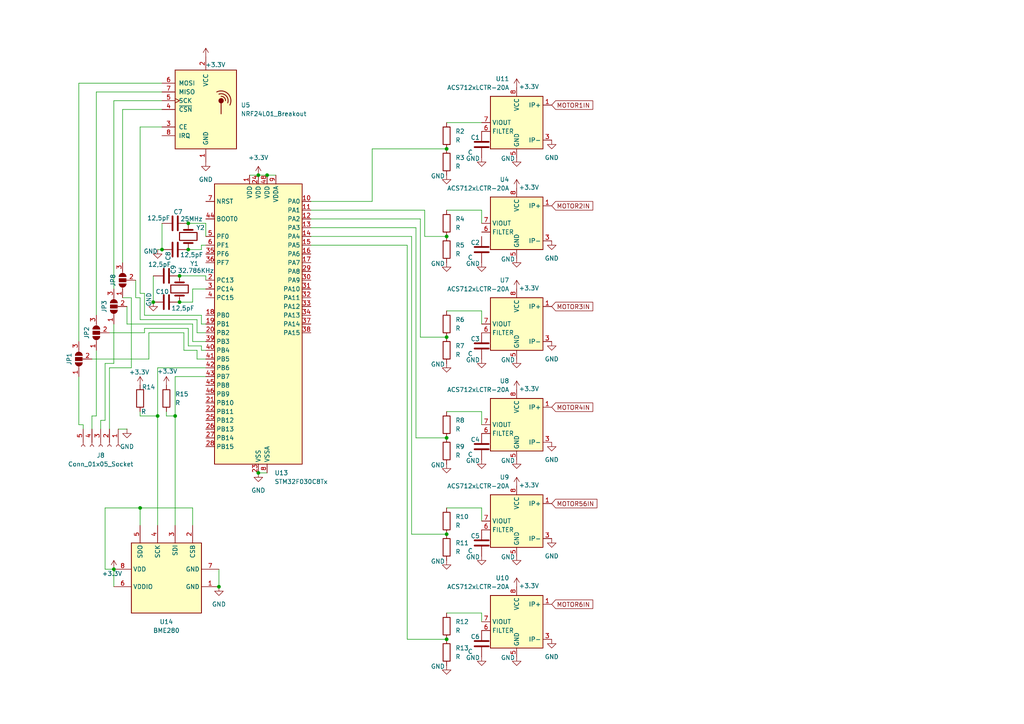
<source format=kicad_sch>
(kicad_sch (version 20250114) (generator "eeschema") (generator_version "9.0")
  (paper "A4")
  (lib_symbols
    (symbol "Connector:Conn_01x05_Socket" (pin_names (offset 1.016) (hide yes))
      (property "Reference" "J" (at 0 7.62 0))
      (property "Value" "Conn_01x05_Socket" (at 0 -7.62 0))
      (symbol "Conn_01x05_Socket_1_1"
        (polyline (pts (xy -1.27 5.08) (xy -0.508 5.08)) (stroke (width 0.1524)))
        (polyline (pts (xy -1.27 2.54) (xy -0.508 2.54)) (stroke (width 0.1524)))
        (polyline (pts (xy -1.27 0) (xy -0.508 0)) (stroke (width 0.1524)))
        (polyline (pts (xy -1.27 -2.54) (xy -0.508 -2.54)) (stroke (width 0.1524)))
        (polyline (pts (xy -1.27 -5.08) (xy -0.508 -5.08)) (stroke (width 0.1524)))
        (arc (start 0 4.572) (mid -0.5058 5.08) (end 0 5.588) (stroke (width 0.1524)))
        (arc (start 0 2.032) (mid -0.5058 2.54) (end 0 3.048) (stroke (width 0.1524)))
        (arc (start 0 -0.508) (mid -0.5058 0) (end 0 0.508) (stroke (width 0.1524)))
        (arc (start 0 -3.048) (mid -0.5058 -2.54) (end 0 -2.032) (stroke (width 0.1524)))
        (arc (start 0 -5.588) (mid -0.5058 -5.08) (end 0 -4.572) (stroke (width 0.1524)))
        (pin passive line (at -5.08 5.08 0) (length 3.81) (name "Pin_1") (number "1"))
        (pin passive line (at -5.08 2.54 0) (length 3.81) (name "Pin_2") (number "2"))
        (pin passive line (at -5.08 0 0) (length 3.81) (name "Pin_3") (number "3"))
        (pin passive line (at -5.08 -2.54 0) (length 3.81) (name "Pin_4") (number "4"))
        (pin passive line (at -5.08 -5.08 0) (length 3.81) (name "Pin_5") (number "5"))
      )
    )
    (symbol "Device:C" (pin_numbers (hide yes)) (pin_names (offset 0.254))
      (property "Reference" "C" (at 0.635 2.54 0))
      (property "Value" "C" (at 0.635 -2.54 0))
      (symbol "C_0_1"
        (polyline (pts (xy -2.032 0.762) (xy 2.032 0.762)) (stroke (width 0.508)))
        (polyline (pts (xy -2.032 -0.762) (xy 2.032 -0.762)) (stroke (width 0.508)))
      )
      (symbol "C_1_1"
        (pin passive line (at 0 3.81 270) (length 2.794) (name "~") (number "1"))
        (pin passive line (at 0 -3.81 90) (length 2.794) (name "~") (number "2"))
      )
    )
    (symbol "Device:Crystal" (pin_numbers (hide yes)) (pin_names (offset 1.016) (hide yes))
      (property "Reference" "Y" (at 0 3.81 0))
      (property "Value" "Crystal" (at 0 -3.81 0))
      (symbol "Crystal_0_1"
        (polyline (pts (xy -2.54 0) (xy -1.905 0)))
        (polyline (pts (xy -1.905 -1.27) (xy -1.905 1.27)) (stroke (width 0.508)))
        (rectangle (start -1.143 2.54) (end 1.143 -2.54) (stroke (width 0.3048)))
        (polyline (pts (xy 1.905 -1.27) (xy 1.905 1.27)) (stroke (width 0.508)))
        (polyline (pts (xy 2.54 0) (xy 1.905 0)))
      )
      (symbol "Crystal_1_1"
        (pin passive line (at -3.81 0 0) (length 1.27) (name "1") (number "1"))
        (pin passive line (at 3.81 0 180) (length 1.27) (name "2") (number "2"))
      )
    )
    (symbol "Device:R" (pin_numbers (hide yes)) (pin_names (offset 0))
      (property "Reference" "R" (at 2.032 0 90))
      (property "Value" "R" (at 0 0 90))
      (symbol "R_0_1"
        (rectangle (start -1.016 -2.54) (end 1.016 2.54) (stroke (width 0.254)))
      )
      (symbol "R_1_1"
        (pin passive line (at 0 3.81 270) (length 1.27) (name "~") (number "1"))
        (pin passive line (at 0 -3.81 90) (length 1.27) (name "~") (number "2"))
      )
    )
    (symbol "Jumper:SolderJumper_3_Open" (pin_names (offset 0) (hide yes)) (in_bom no)
      (property "Reference" "JP" (at -2.54 -2.54 0))
      (property "Value" "SolderJumper_3_Open" (at 0 2.794 0))
      (symbol "SolderJumper_3_Open_0_1"
        (polyline (pts (xy -2.54 0) (xy -2.032 0)))
        (polyline (pts (xy -1.016 1.016) (xy -1.016 -1.016)))
        (arc (start -1.016 -1.016) (mid -2.0276 0) (end -1.016 1.016))
        (arc (start -1.016 -1.016) (mid -2.0276 0) (end -1.016 1.016) (fill (type outline)))
        (rectangle (start -0.508 1.016) (end 0.508 -1.016) (fill (type outline)))
        (polyline (pts (xy 0 -1.27) (xy 0 -1.016)))
        (arc (start 1.016 1.016) (mid 2.0276 0) (end 1.016 -1.016))
        (arc (start 1.016 1.016) (mid 2.0276 0) (end 1.016 -1.016) (fill (type outline)))
        (polyline (pts (xy 1.016 1.016) (xy 1.016 -1.016)))
        (polyline (pts (xy 2.54 0) (xy 2.032 0)))
      )
      (symbol "SolderJumper_3_Open_1_1"
        (pin passive line (at -5.08 0 0) (length 2.54) (name "A") (number "1"))
        (pin passive line (at 0 -3.81 90) (length 2.54) (name "C") (number "2"))
        (pin passive line (at 5.08 0 180) (length 2.54) (name "B") (number "3"))
      )
    )
    (symbol "MCU_ST_STM32F0:STM32F030C8Tx"
      (property "Reference" "U" (at -12.7 41.91 0))
      (property "Value" "STM32F030C8Tx" (at 7.62 41.91 0))
      (symbol "STM32F030C8Tx_0_1"
        (rectangle (start -12.7 -40.64) (end 12.7 40.64) (stroke (width 0.254)) (fill (type background)))
      )
      (symbol "STM32F030C8Tx_1_1"
        (pin input line (at -15.24 35.56 0) (length 2.54) (name "NRST") (number "7"))
        (pin input line (at -15.24 30.48 0) (length 2.54) (name "BOOT0") (number "44"))
        (pin bidirectional line (at -15.24 25.4 0) (length 2.54) (name "PF0") (number "5"))
        (pin bidirectional line (at -15.24 22.86 0) (length 2.54) (name "PF1") (number "6"))
        (pin bidirectional line (at -15.24 20.32 0) (length 2.54) (name "PF6") (number "35"))
        (pin bidirectional line (at -15.24 17.78 0) (length 2.54) (name "PF7") (number "36"))
        (pin bidirectional line (at -15.24 12.7 0) (length 2.54) (name "PC13") (number "2"))
        (pin bidirectional line (at -15.24 10.16 0) (length 2.54) (name "PC14") (number "3"))
        (pin bidirectional line (at -15.24 7.62 0) (length 2.54) (name "PC15") (number "4"))
        (pin bidirectional line (at -15.24 2.54 0) (length 2.54) (name "PB0") (number "18"))
        (pin bidirectional line (at -15.24 0 0) (length 2.54) (name "PB1") (number "19"))
        (pin bidirectional line (at -15.24 -2.54 0) (length 2.54) (name "PB2") (number "20"))
        (pin bidirectional line (at -15.24 -5.08 0) (length 2.54) (name "PB3") (number "39"))
        (pin bidirectional line (at -15.24 -7.62 0) (length 2.54) (name "PB4") (number "40"))
        (pin bidirectional line (at -15.24 -10.16 0) (length 2.54) (name "PB5") (number "41"))
        (pin bidirectional line (at -15.24 -12.7 0) (length 2.54) (name "PB6") (number "42"))
        (pin bidirectional line (at -15.24 -15.24 0) (length 2.54) (name "PB7") (number "43"))
        (pin bidirectional line (at -15.24 -17.78 0) (length 2.54) (name "PB8") (number "45"))
        (pin bidirectional line (at -15.24 -20.32 0) (length 2.54) (name "PB9") (number "46"))
        (pin bidirectional line (at -15.24 -22.86 0) (length 2.54) (name "PB10") (number "21"))
        (pin bidirectional line (at -15.24 -25.4 0) (length 2.54) (name "PB11") (number "22"))
        (pin bidirectional line (at -15.24 -27.94 0) (length 2.54) (name "PB12") (number "25"))
        (pin bidirectional line (at -15.24 -30.48 0) (length 2.54) (name "PB13") (number "26"))
        (pin bidirectional line (at -15.24 -33.02 0) (length 2.54) (name "PB14") (number "27"))
        (pin bidirectional line (at -15.24 -35.56 0) (length 2.54) (name "PB15") (number "28"))
        (pin power_in line (at -2.54 43.18 270) (length 2.54) (name "VDD") (number "1"))
        (pin power_in line (at 0 43.18 270) (length 2.54) (name "VDD") (number "24"))
        (pin power_in line (at 0 -43.18 90) (length 2.54) (name "VSS") (number "23"))
        (pin passive line (at 0 -43.18 90) (length 2.54) (hide yes) (name "VSS") (number "47"))
        (pin power_in line (at 2.54 43.18 270) (length 2.54) (name "VDD") (number "48"))
        (pin power_in line (at 2.54 -43.18 90) (length 2.54) (name "VSSA") (number "8"))
        (pin power_in line (at 5.08 43.18 270) (length 2.54) (name "VDDA") (number "9"))
        (pin bidirectional line (at 15.24 35.56 180) (length 2.54) (name "PA0") (number "10"))
        (pin bidirectional line (at 15.24 33.02 180) (length 2.54) (name "PA1") (number "11"))
        (pin bidirectional line (at 15.24 30.48 180) (length 2.54) (name "PA2") (number "12"))
        (pin bidirectional line (at 15.24 27.94 180) (length 2.54) (name "PA3") (number "13"))
        (pin bidirectional line (at 15.24 25.4 180) (length 2.54) (name "PA4") (number "14"))
        (pin bidirectional line (at 15.24 22.86 180) (length 2.54) (name "PA5") (number "15"))
        (pin bidirectional line (at 15.24 20.32 180) (length 2.54) (name "PA6") (number "16"))
        (pin bidirectional line (at 15.24 17.78 180) (length 2.54) (name "PA7") (number "17"))
        (pin bidirectional line (at 15.24 15.24 180) (length 2.54) (name "PA8") (number "29"))
        (pin bidirectional line (at 15.24 12.7 180) (length 2.54) (name "PA9") (number "30"))
        (pin bidirectional line (at 15.24 10.16 180) (length 2.54) (name "PA10") (number "31"))
        (pin bidirectional line (at 15.24 7.62 180) (length 2.54) (name "PA11") (number "32"))
        (pin bidirectional line (at 15.24 5.08 180) (length 2.54) (name "PA12") (number "33"))
        (pin bidirectional line (at 15.24 2.54 180) (length 2.54) (name "PA13") (number "34"))
        (pin bidirectional line (at 15.24 0 180) (length 2.54) (name "PA14") (number "37"))
        (pin bidirectional line (at 15.24 -2.54 180) (length 2.54) (name "PA15") (number "38"))
      )
    )
    (symbol "RF:NRF24L01_Breakout" (pin_names (offset 1.016))
      (property "Reference" "U" (at -8.89 12.7 0))
      (property "Value" "NRF24L01_Breakout" (at 3.81 12.7 0))
      (symbol "NRF24L01_Breakout_0_1"
        (rectangle (start -8.89 11.43) (end 8.89 -11.43) (stroke (width 0.254)) (fill (type background)))
        (arc (start 3.175 5.08) (mid 6.453 4.548) (end 6.985 1.27) (stroke (width 0.254)))
        (circle (center 4.445 2.54) (radius 0.635) (stroke (width 0.254)) (fill (type outline)))
        (polyline (pts (xy 4.445 1.905) (xy 4.445 -1.27)) (stroke (width 0.254)))
        (arc (start 3.81 4.445) (mid 5.8835 3.9785) (end 6.35 1.905) (stroke (width 0.254)))
        (arc (start 4.445 3.81) (mid 5.3558 3.4508) (end 5.715 2.54) (stroke (width 0.254)))
      )
      (symbol "NRF24L01_Breakout_1_1"
        (pin input line (at -12.7 7.62 0) (length 3.81) (name "MOSI") (number "6"))
        (pin output line (at -12.7 5.08 0) (length 3.81) (name "MISO") (number "7"))
        (pin input clock (at -12.7 2.54 0) (length 3.81) (name "SCK") (number "5"))
        (pin input line (at -12.7 0 0) (length 3.81) (name "~{CSN}") (number "4"))
        (pin input line (at -12.7 -5.08 0) (length 3.81) (name "CE") (number "3"))
        (pin output line (at -12.7 -7.62 0) (length 3.81) (name "IRQ") (number "8"))
        (pin power_in line (at 0 15.24 270) (length 3.81) (name "VCC") (number "2"))
        (pin power_in line (at 0 -15.24 90) (length 3.81) (name "GND") (number "1"))
      )
    )
    (symbol "Sensor:BME280"
      (property "Reference" "U" (at -8.89 11.43 0))
      (property "Value" "BME280" (at 7.62 11.43 0))
      (symbol "BME280_0_1"
        (rectangle (start -10.16 10.16) (end 10.16 -10.16) (stroke (width 0.254)) (fill (type background)))
      )
      (symbol "BME280_1_1"
        (pin power_in line (at -2.54 15.24 270) (length 5.08) (name "VDDIO") (number "6"))
        (pin power_in line (at -2.54 -15.24 90) (length 5.08) (name "GND") (number "1"))
        (pin power_in line (at 2.54 15.24 270) (length 5.08) (name "VDD") (number "8"))
        (pin power_in line (at 2.54 -15.24 90) (length 5.08) (name "GND") (number "7"))
        (pin bidirectional line (at 15.24 7.62 180) (length 5.08) (name "SDO") (number "5"))
        (pin input line (at 15.24 2.54 180) (length 5.08) (name "SCK") (number "4"))
        (pin bidirectional line (at 15.24 -2.54 180) (length 5.08) (name "SDI") (number "3"))
        (pin input line (at 15.24 -7.62 180) (length 5.08) (name "CSB") (number "2"))
      )
    )
    (symbol "Sensor_Current:ACS712xLCTR-20A"
      (property "Reference" "U" (at 2.54 11.43 0))
      (property "Value" "ACS712xLCTR-20A" (at 2.54 8.89 0))
      (symbol "ACS712xLCTR-20A_0_1"
        (rectangle (start -7.62 7.62) (end 7.62 -7.62) (stroke (width 0.254)) (fill (type background)))
      )
      (symbol "ACS712xLCTR-20A_1_1"
        (pin passive line (at -10.16 5.08 0) (length 2.54) (name "IP+") (number "1"))
        (pin passive line (at -10.16 5.08 0) (length 2.54) (hide yes) (name "IP+") (number "2"))
        (pin passive line (at -10.16 -5.08 0) (length 2.54) (name "IP-") (number "3"))
        (pin passive line (at -10.16 -5.08 0) (length 2.54) (hide yes) (name "IP-") (number "4"))
        (pin power_in line (at 0 10.16 270) (length 2.54) (name "VCC") (number "8"))
        (pin power_in line (at 0 -10.16 90) (length 2.54) (name "GND") (number "5"))
        (pin output line (at 10.16 0 180) (length 2.54) (name "VIOUT") (number "7"))
        (pin passive line (at 10.16 -2.54 180) (length 2.54) (name "FILTER") (number "6"))
      )
    )
    (symbol "power:+3.3V" (power) (pin_numbers (hide yes)) (pin_names (offset 0) (hide yes))
      (property "Value" "+3.3V" (at 0 3.556 0))
      (symbol "+3.3V_0_1"
        (polyline (pts (xy -0.762 1.27) (xy 0 2.54)))
        (polyline (pts (xy 0 2.54) (xy 0.762 1.27)))
        (polyline (pts (xy 0 0) (xy 0 2.54)))
      )
      (symbol "+3.3V_1_1"
        (pin power_in line (at 0 0 90) (length 0) (name "~") (number "1"))
      )
    )
    (symbol "power:GND" (power) (pin_numbers (hide yes)) (pin_names (offset 0) (hide yes))
      (property "Value" "GND" (at 0 -3.81 0))
      (symbol "GND_0_1"
        (polyline (pts (xy 0 0) (xy 0 -1.27) (xy 1.27 -1.27) (xy 0 -2.54) (xy -1.27 -1.27) (xy 0 -1.27)))
      )
      (symbol "GND_1_1"
        (pin power_in line (at 0 0 270) (length 0) (name "~") (number "1"))
      )
    )
  )
  (junction (at 40.64 147.32))
  (junction (at 44.45 87.63))
  (junction (at 52.07 87.63))
  (junction (at 129.54 154.94))
  (junction (at 50.8 120.65))
  (junction (at 129.54 43.18))
  (junction (at 129.54 97.79))
  (junction (at 74.93 50.8))
  (junction (at 129.54 68.58))
  (junction (at 63.5 170.18))
  (junction (at 77.47 50.8))
  (junction (at 74.93 137.16))
  (junction (at 45.72 120.65))
  (junction (at 33.02 165.1))
  (junction (at 46.99 72.39))
  (junction (at 52.07 80.01))
  (junction (at 129.54 185.42))
  (junction (at 129.54 127))
  (junction (at 54.61 72.39))
  (junction (at 54.61 64.77))
  (wire (pts (xy 120.65 127) (xy 120.65 66.04)))
  (wire (pts (xy 74.93 50.8) (xy 77.47 50.8)))
  (wire (pts (xy 129.54 90.17) (xy 139.7 90.17)))
  (wire (pts (xy 119.38 154.94) (xy 119.38 68.58)))
  (wire (pts (xy 123.19 68.58) (xy 123.19 60.96)))
  (wire (pts (xy 57.15 101.6) (xy 53.34 101.6)))
  (wire (pts (xy 129.54 43.18) (xy 107.95 43.18)))
  (wire (pts (xy 33.02 83.82) (xy 33.02 29.21)))
  (wire (pts (xy 58.42 93.98) (xy 58.42 91.44)))
  (wire (pts (xy 40.64 92.71) (xy 40.64 86.36)))
  (wire (pts (xy 33.02 165.1) (xy 33.02 170.18)))
  (wire (pts (xy 27.94 91.44) (xy 27.94 26.67)))
  (wire (pts (xy 55.88 87.63) (xy 55.88 83.82)))
  (wire (pts (xy 72.39 50.8) (xy 74.93 50.8)))
  (wire (pts (xy 129.54 97.79) (xy 121.92 97.79)))
  (wire (pts (xy 58.42 71.12) (xy 58.42 72.39)))
  (wire (pts (xy 41.91 91.44) (xy 41.91 85.09)))
  (wire (pts (xy 118.11 185.42) (xy 118.11 71.12)))
  (wire (pts (xy 54.61 64.77) (xy 59.69 64.77)))
  (wire (pts (xy 54.61 72.39) (xy 58.42 72.39)))
  (wire (pts (xy 53.34 101.6) (xy 53.34 96.52)))
  (wire (pts (xy 45.72 72.39) (xy 46.99 72.39)))
  (wire (pts (xy 22.86 123.19) (xy 24.13 123.19)))
  (wire (pts (xy 33.02 165.1) (xy 30.48 165.1)))
  (wire (pts (xy 34.29 124.46) (xy 36.83 124.46)))
  (wire (pts (xy 54.61 100.33) (xy 58.42 100.33)))
  (wire (pts (xy 55.88 83.82) (xy 59.69 83.82)))
  (wire (pts (xy 33.02 105.41) (xy 30.48 105.41)))
  (wire (pts (xy 43.18 104.14) (xy 26.67 104.14)))
  (wire (pts (xy 31.75 106.68) (xy 31.75 124.46)))
  (wire (pts (xy 57.15 92.71) (xy 40.64 92.71)))
  (wire (pts (xy 35.56 31.75) (xy 46.99 31.75)))
  (wire (pts (xy 129.54 147.32) (xy 139.7 147.32)))
  (wire (pts (xy 22.86 99.06) (xy 22.86 24.13)))
  (wire (pts (xy 40.64 120.65) (xy 45.72 120.65)))
  (wire (pts (xy 40.64 36.83) (xy 46.99 36.83)))
  (wire (pts (xy 139.7 119.38) (xy 139.7 123.19)))
  (wire (pts (xy 120.65 66.04) (xy 90.17 66.04)))
  (wire (pts (xy 129.54 185.42) (xy 118.11 185.42)))
  (wire (pts (xy 40.64 147.32) (xy 55.88 147.32)))
  (wire (pts (xy 38.1 86.36) (xy 38.1 106.68)))
  (wire (pts (xy 48.26 120.65) (xy 50.8 120.65)))
  (wire (pts (xy 31.75 96.52) (xy 41.91 96.52)))
  (wire (pts (xy 58.42 91.44) (xy 41.91 91.44)))
  (wire (pts (xy 22.86 24.13) (xy 46.99 24.13)))
  (wire (pts (xy 50.8 109.22) (xy 50.8 120.65)))
  (wire (pts (xy 129.54 60.96) (xy 139.7 60.96)))
  (wire (pts (xy 57.15 104.14) (xy 57.15 101.6)))
  (wire (pts (xy 30.48 147.32) (xy 40.64 147.32)))
  (wire (pts (xy 129.54 177.8) (xy 139.7 177.8)))
  (wire (pts (xy 55.88 93.98) (xy 36.83 93.98)))
  (wire (pts (xy 129.54 119.38) (xy 139.7 119.38)))
  (wire (pts (xy 35.56 86.36) (xy 38.1 86.36)))
  (wire (pts (xy 59.69 96.52) (xy 57.15 96.52)))
  (wire (pts (xy 129.54 68.58) (xy 123.19 68.58)))
  (wire (pts (xy 26.67 120.65) (xy 26.67 124.46)))
  (wire (pts (xy 39.37 86.36) (xy 39.37 81.28)))
  (wire (pts (xy 59.69 99.06) (xy 55.88 99.06)))
  (wire (pts (xy 74.93 137.16) (xy 77.47 137.16)))
  (wire (pts (xy 45.72 106.68) (xy 59.69 106.68)))
  (wire (pts (xy 40.64 86.36) (xy 39.37 86.36)))
  (wire (pts (xy 30.48 121.92) (xy 29.21 121.92)))
  (wire (pts (xy 59.69 71.12) (xy 58.42 71.12)))
  (wire (pts (xy 59.69 80.01) (xy 52.07 80.01)))
  (wire (pts (xy 46.99 64.77) (xy 46.99 72.39)))
  (wire (pts (xy 29.21 121.92) (xy 29.21 124.46)))
  (wire (pts (xy 139.7 60.96) (xy 139.7 64.77)))
  (wire (pts (xy 107.95 58.42) (xy 90.17 58.42)))
  (wire (pts (xy 59.69 104.14) (xy 57.15 104.14)))
  (wire (pts (xy 58.42 100.33) (xy 58.42 101.6)))
  (wire (pts (xy 38.1 106.68) (xy 31.75 106.68)))
  (wire (pts (xy 45.72 106.68) (xy 45.72 120.65)))
  (wire (pts (xy 27.94 26.67) (xy 46.99 26.67)))
  (wire (pts (xy 30.48 105.41) (xy 30.48 121.92)))
  (wire (pts (xy 59.69 64.77) (xy 59.69 68.58)))
  (wire (pts (xy 52.07 87.63) (xy 55.88 87.63)))
  (wire (pts (xy 30.48 165.1) (xy 30.48 147.32)))
  (wire (pts (xy 35.56 76.2) (xy 35.56 31.75)))
  (wire (pts (xy 45.72 120.65) (xy 45.72 152.4)))
  (wire (pts (xy 48.26 119.38) (xy 48.26 120.65)))
  (wire (pts (xy 41.91 85.09) (xy 40.64 85.09)))
  (wire (pts (xy 33.02 29.21) (xy 46.99 29.21)))
  (wire (pts (xy 58.42 101.6) (xy 59.69 101.6)))
  (wire (pts (xy 27.94 101.6) (xy 27.94 120.65)))
  (wire (pts (xy 123.19 60.96) (xy 90.17 60.96)))
  (wire (pts (xy 44.45 80.01) (xy 44.45 87.63)))
  (wire (pts (xy 55.88 147.32) (xy 55.88 152.4)))
  (wire (pts (xy 129.54 154.94) (xy 119.38 154.94)))
  (wire (pts (xy 118.11 71.12) (xy 90.17 71.12)))
  (wire (pts (xy 33.02 93.98) (xy 33.02 105.41)))
  (wire (pts (xy 40.64 119.38) (xy 40.64 120.65)))
  (wire (pts (xy 121.92 97.79) (xy 121.92 63.5)))
  (wire (pts (xy 54.61 95.25) (xy 54.61 100.33)))
  (wire (pts (xy 119.38 68.58) (xy 90.17 68.58)))
  (wire (pts (xy 41.91 95.25) (xy 54.61 95.25)))
  (wire (pts (xy 40.64 85.09) (xy 40.64 36.83)))
  (wire (pts (xy 139.7 90.17) (xy 139.7 93.98)))
  (wire (pts (xy 107.95 43.18) (xy 107.95 58.42)))
  (wire (pts (xy 22.86 109.22) (xy 22.86 123.19)))
  (wire (pts (xy 139.7 177.8) (xy 139.7 180.34)))
  (wire (pts (xy 50.8 120.65) (xy 50.8 152.4)))
  (wire (pts (xy 40.64 147.32) (xy 40.64 152.4)))
  (wire (pts (xy 121.92 63.5) (xy 90.17 63.5)))
  (wire (pts (xy 59.69 81.28) (xy 59.69 80.01)))
  (wire (pts (xy 55.88 99.06) (xy 55.88 93.98)))
  (wire (pts (xy 41.91 96.52) (xy 41.91 95.25)))
  (wire (pts (xy 139.7 147.32) (xy 139.7 151.13)))
  (wire (pts (xy 43.18 96.52) (xy 43.18 104.14)))
  (wire (pts (xy 27.94 120.65) (xy 26.67 120.65)))
  (wire (pts (xy 53.34 96.52) (xy 43.18 96.52)))
  (wire (pts (xy 57.15 96.52) (xy 57.15 92.71)))
  (wire (pts (xy 50.8 109.22) (xy 59.69 109.22)))
  (wire (pts (xy 59.69 93.98) (xy 58.42 93.98)))
  (wire (pts (xy 63.5 165.1) (xy 63.5 170.18)))
  (wire (pts (xy 36.83 93.98) (xy 36.83 88.9)))
  (wire (pts (xy 77.47 50.8) (xy 80.01 50.8)))
  (wire (pts (xy 139.7 35.56) (xy 129.54 35.56)))
  (wire (pts (xy 24.13 123.19) (xy 24.13 124.46)))
  (wire (pts (xy 129.54 127) (xy 120.65 127)))
  (global_label "MOTOR3IN" (shape input) (at 160.02 88.9 0) (property "Intersheetrefs" "${INTERSHEET_REFS}" (effects (hide yes))))
  (global_label "MOTOR4IN" (shape input) (at 160.02 118.11 0) (property "Intersheetrefs" "${INTERSHEET_REFS}" (effects (hide yes))))
  (global_label "MOTOR6IN" (shape input) (at 160.02 175.26 0) (property "Intersheetrefs" "${INTERSHEET_REFS}" (effects (hide yes))))
  (global_label "MOTOR56IN" (shape input) (at 160.02 146.05 0) (property "Intersheetrefs" "${INTERSHEET_REFS}" (effects (hide yes))))
  (global_label "MOTOR2IN" (shape input) (at 160.02 59.69 0) (property "Intersheetrefs" "${INTERSHEET_REFS}" (effects (hide yes))))
  (global_label "MOTOR1IN" (shape input) (at 160.02 30.48 0) (property "Intersheetrefs" "${INTERSHEET_REFS}" (effects (hide yes))))
  (symbol (lib_id "power:GND") (at 63.5 170.18 0) (unit 1)
    (property "Reference" "#PWR016" (effects (hide yes)))
    (property "Value" "GND" (at 63.5 175.26 0))
    (property "Description" "Power symbol creates a global label with name \"GND\" , ground" (effects (hide yes)))
  )
  (symbol (lib_id "power:+3.3V") (at 48.26 111.76 0) (unit 1)
    (property "Reference" "#PWR035" (effects (hide yes)))
    (property "Value" "+3.3V" (at 48.514 107.696 0))
    (property "Description" "Power symbol creates a global label with name \"+3.3V\"" (effects (hide yes)))
  )
  (symbol (lib_id "power:GND") (at 129.54 50.8 0) (mirror y) (unit 1)
    (property "Reference" "#PWR026" (effects (hide yes)))
    (property "Value" "GND" (at 127 51.054 0))
    (property "Description" "Power symbol creates a global label with name \"GND\" , ground" (effects (hide yes)))
  )
  (symbol (lib_id "power:GND") (at 149.86 133.35 0) (mirror y) (unit 1)
    (property "Reference" "#PWR021" (effects (hide yes)))
    (property "Value" "GND" (at 147.32 133.604 0))
    (property "Description" "Power symbol creates a global label with name \"GND\" , ground" (effects (hide yes)))
  )
  (symbol (lib_id "Jumper:SolderJumper_3_Open") (at 35.56 81.28 90) (unit 1) (in_bom no)
    (property "Reference" "JP8" (at 32.766 81.28 0))
    (property "Value" "SolderJumper_3_Open" (effects (hide yes)))
    (property "Footprint" "Jumper:SolderJumper-3_P1.3mm_Open_RoundedPad1.0x1.5mm_NumberLabels" (effects (hide yes)))
    (property "Description" "Solder Jumper, 3-pole, open" (effects (hide yes)))
  )
  (symbol (lib_id "power:GND") (at 36.83 124.46 0) (unit 1)
    (property "Reference" "#PWR041" (effects (hide yes)))
    (property "Value" "GND" (at 36.83 129.54 0))
    (property "Description" "Power symbol creates a global label with name \"GND\" , ground" (effects (hide yes)))
  )
  (symbol (lib_id "Device:R") (at 129.54 101.6 0) (unit 1)
    (property "Reference" "R7" (at 132.08 100.3299 0) (effects (justify left)))
    (property "Value" "R" (at 132.08 102.8699 0) (effects (justify left)))
    (property "Footprint" "Resistor_SMD:R_0805_2012Metric_Pad1.20x1.40mm_HandSolder" (effects (hide yes)))
    (property "Description" "Resistor" (effects (hide yes)))
  )
  (symbol (lib_id "RF:NRF24L01_Breakout") (at 59.69 31.75 0) (unit 1)
    (property "Reference" "U5" (at 69.85 30.4799 0) (effects (justify left)))
    (property "Value" "NRF24L01_Breakout" (at 69.85 33.0199 0) (effects (justify left)))
    (property "Footprint" "RF_Module:nRF24L01_Breakout" (effects (hide yes)))
    (property "Datasheet" "http://www.nordicsemi.com/eng/content/download/2730/34105/file/nRF24L01_Product_Specification_v2_0.pdf" (effects (hide yes)))
    (property "Description" "Ultra low power 2.4GHz RF Transceiver, Carrier PCB" (effects (hide yes)))
  )
  (symbol (lib_id "Device:C") (at 139.7 157.48 0) (mirror y) (unit 1)
    (property "Reference" "C5" (at 139.192 155.448 0) (effects (justify left)))
    (property "Value" "C" (at 137.16 159.766 0) (effects (justify left)))
    (property "Footprint" "Capacitor_SMD:C_0805_2012Metric_Pad1.18x1.45mm_HandSolder" (effects (hide yes)))
    (property "Description" "Unpolarized capacitor" (effects (hide yes)))
  )
  (symbol (lib_id "Device:R") (at 129.54 189.23 0) (unit 1)
    (property "Reference" "R13" (at 132.08 187.9599 0) (effects (justify left)))
    (property "Value" "R" (at 132.08 190.4999 0) (effects (justify left)))
    (property "Footprint" "Resistor_SMD:R_0805_2012Metric_Pad1.20x1.40mm_HandSolder" (effects (hide yes)))
    (property "Description" "Resistor" (effects (hide yes)))
  )
  (symbol (lib_id "Device:C") (at 139.7 72.39 0) (mirror y) (unit 1)
    (property "Reference" "C2" (at 139.192 70.358 0) (effects (justify left)))
    (property "Value" "C" (at 137.16 74.676 0) (effects (justify left)))
    (property "Footprint" "Capacitor_SMD:C_0805_2012Metric_Pad1.18x1.45mm_HandSolder" (effects (hide yes)))
    (property "Description" "Unpolarized capacitor" (effects (hide yes)))
  )
  (symbol (lib_id "Device:C") (at 50.8 64.77 270) (mirror x) (unit 1)
    (property "Reference" "C7" (at 50.292 61.468 90) (effects (justify left)))
    (property "Value" "12,5pF" (at 42.672 63.246 90) (effects (justify left)))
    (property "Footprint" "Capacitor_SMD:C_0805_2012Metric_Pad1.18x1.45mm_HandSolder" (effects (hide yes)))
    (property "Description" "Unpolarized capacitor" (effects (hide yes)))
  )
  (symbol (lib_id "Jumper:SolderJumper_3_Open") (at 33.02 88.9 90) (unit 1) (in_bom no)
    (property "Reference" "JP3" (at 30.226 88.9 0))
    (property "Value" "SolderJumper_3_Open" (effects (hide yes)))
    (property "Footprint" "Jumper:SolderJumper-3_P1.3mm_Open_RoundedPad1.0x1.5mm_NumberLabels" (effects (hide yes)))
    (property "Description" "Solder Jumper, 3-pole, open" (effects (hide yes)))
  )
  (symbol (lib_id "Device:C") (at 48.26 80.01 270) (mirror x) (unit 1)
    (property "Reference" "C9" (at 50.292 79.502 0) (effects (justify left)))
    (property "Value" "12,5pF" (at 42.926 76.708 90) (effects (justify left)))
    (property "Footprint" "Capacitor_SMD:C_0805_2012Metric_Pad1.18x1.45mm_HandSolder" (effects (hide yes)))
    (property "Description" "Unpolarized capacitor" (effects (hide yes)))
  )
  (symbol (lib_id "power:GND") (at 139.7 161.29 0) (mirror y) (unit 1)
    (property "Reference" "#PWR045" (effects (hide yes)))
    (property "Value" "GND" (at 137.16 161.544 0))
    (property "Description" "Power symbol creates a global label with name \"GND\" , ground" (effects (hide yes)))
  )
  (symbol (lib_id "power:GND") (at 149.86 190.5 0) (mirror y) (unit 1)
    (property "Reference" "#PWR025" (effects (hide yes)))
    (property "Value" "GND" (at 147.32 190.754 0))
    (property "Description" "Power symbol creates a global label with name \"GND\" , ground" (effects (hide yes)))
  )
  (symbol (lib_id "power:GND") (at 149.86 45.72 0) (mirror y) (unit 1)
    (property "Reference" "#PWR02" (effects (hide yes)))
    (property "Value" "GND" (at 147.32 45.974 0))
    (property "Description" "Power symbol creates a global label with name \"GND\" , ground" (effects (hide yes)))
  )
  (symbol (lib_id "power:GND") (at 160.02 185.42 0) (unit 1)
    (property "Reference" "#PWR042" (effects (hide yes)))
    (property "Value" "GND" (at 160.02 190.5 0))
    (property "Description" "Power symbol creates a global label with name \"GND\" , ground" (effects (hide yes)))
  )
  (symbol (lib_id "Device:Crystal") (at 52.07 83.82 90) (unit 1)
    (property "Reference" "Y1" (at 55.118 76.454 90) (effects (justify right)))
    (property "Value" "32.786KHz" (at 51.562 78.486 90) (effects (justify right)))
    (property "Footprint" "Crystal:Crystal_DS26_D2.0mm_L6.0mm_Horizontal" (effects (hide yes)))
    (property "Description" "Two pin crystal" (effects (hide yes)))
  )
  (symbol (lib_id "Device:R") (at 129.54 181.61 0) (unit 1)
    (property "Reference" "R12" (at 132.08 180.3399 0) (effects (justify left)))
    (property "Value" "R" (at 132.08 182.8799 0) (effects (justify left)))
    (property "Footprint" "Resistor_SMD:R_0805_2012Metric_Pad1.20x1.40mm_HandSolder" (effects (hide yes)))
    (property "Description" "Resistor" (effects (hide yes)))
  )
  (symbol (lib_id "Jumper:SolderJumper_3_Open") (at 22.86 104.14 90) (unit 1) (in_bom no)
    (property "Reference" "JP1" (at 20.066 104.14 0))
    (property "Value" "SolderJumper_3_Open" (effects (hide yes)))
    (property "Footprint" "Jumper:SolderJumper-3_P1.3mm_Open_RoundedPad1.0x1.5mm_NumberLabels" (effects (hide yes)))
    (property "Description" "Solder Jumper, 3-pole, open" (effects (hide yes)))
  )
  (symbol (lib_id "power:GND") (at 139.7 104.14 0) (mirror y) (unit 1)
    (property "Reference" "#PWR049" (effects (hide yes)))
    (property "Value" "GND" (at 137.16 104.394 0))
    (property "Description" "Power symbol creates a global label with name \"GND\" , ground" (effects (hide yes)))
  )
  (symbol (lib_id "power:GND") (at 149.86 104.14 0) (mirror y) (unit 1)
    (property "Reference" "#PWR019" (effects (hide yes)))
    (property "Value" "GND" (at 147.32 104.394 0))
    (property "Description" "Power symbol creates a global label with name \"GND\" , ground" (effects (hide yes)))
  )
  (symbol (lib_id "Device:R") (at 40.64 115.57 0) (unit 1)
    (property "Reference" "R14" (at 41.148 112.268 0) (effects (justify left)))
    (property "Value" "R" (at 40.894 119.38 0) (effects (justify left)))
    (property "Footprint" "Resistor_SMD:R_0805_2012Metric_Pad1.20x1.40mm_HandSolder" (effects (hide yes)))
    (property "Description" "Resistor" (effects (hide yes)))
  )
  (symbol (lib_id "power:GND") (at 160.02 40.64 0) (unit 1)
    (property "Reference" "#PWR011" (effects (hide yes)))
    (property "Value" "GND" (at 160.02 45.72 0))
    (property "Description" "Power symbol creates a global label with name \"GND\" , ground" (effects (hide yes)))
  )
  (symbol (lib_id "Device:C") (at 139.7 41.91 0) (mirror y) (unit 1)
    (property "Reference" "C1" (at 139.192 39.878 0) (effects (justify left)))
    (property "Value" "C" (at 137.16 44.196 0) (effects (justify left)))
    (property "Footprint" "Capacitor_SMD:C_0805_2012Metric_Pad1.18x1.45mm_HandSolder" (effects (hide yes)))
    (property "Description" "Unpolarized capacitor" (effects (hide yes)))
  )
  (symbol (lib_id "Device:C") (at 50.8 72.39 90) (mirror x) (unit 1)
    (property "Reference" "C8" (at 48.768 72.898 0) (effects (justify left)))
    (property "Value" "12,5pF" (at 58.928 73.914 90) (effects (justify left)))
    (property "Footprint" "Capacitor_SMD:C_0805_2012Metric_Pad1.18x1.45mm_HandSolder" (effects (hide yes)))
    (property "Description" "Unpolarized capacitor" (effects (hide yes)))
  )
  (symbol (lib_id "power:+3.3V") (at 149.86 113.03 0) (mirror y) (unit 1)
    (property "Reference" "#PWR020" (effects (hide yes)))
    (property "Value" "+3.3V" (at 153.416 112.776 0))
    (property "Description" "Power symbol creates a global label with name \"+3.3V\"" (effects (hide yes)))
  )
  (symbol (lib_id "power:GND") (at 139.7 190.5 0) (mirror y) (unit 1)
    (property "Reference" "#PWR043" (effects (hide yes)))
    (property "Value" "GND" (at 137.16 190.754 0))
    (property "Description" "Power symbol creates a global label with name \"GND\" , ground" (effects (hide yes)))
  )
  (symbol (lib_id "Device:C") (at 139.7 186.69 0) (mirror y) (unit 1)
    (property "Reference" "C6" (at 139.192 184.658 0) (effects (justify left)))
    (property "Value" "C" (at 137.16 188.976 0) (effects (justify left)))
    (property "Footprint" "Capacitor_SMD:C_0805_2012Metric_Pad1.18x1.45mm_HandSolder" (effects (hide yes)))
    (property "Description" "Unpolarized capacitor" (effects (hide yes)))
  )
  (symbol (lib_id "power:+3.3V") (at 149.86 54.61 0) (mirror y) (unit 1)
    (property "Reference" "#PWR07" (effects (hide yes)))
    (property "Value" "+3.3V" (at 153.416 54.356 0))
    (property "Description" "Power symbol creates a global label with name \"+3.3V\"" (effects (hide yes)))
  )
  (symbol (lib_id "power:GND") (at 74.93 137.16 0) (unit 1)
    (property "Reference" "#PWR04" (effects (hide yes)))
    (property "Value" "GND" (at 74.93 142.24 0))
    (property "Description" "Power symbol creates a global label with name \"GND\" , ground" (effects (hide yes)))
  )
  (symbol (lib_id "power:GND") (at 160.02 156.21 0) (unit 1)
    (property "Reference" "#PWR040" (effects (hide yes)))
    (property "Value" "GND" (at 160.02 161.29 0))
    (property "Description" "Power symbol creates a global label with name \"GND\" , ground" (effects (hide yes)))
  )
  (symbol (lib_id "Sensor_Current:ACS712xLCTR-20A") (at 149.86 123.19 0) (mirror y) (unit 1)
    (property "Reference" "U8" (at 147.7167 110.49 0) (effects (justify left)))
    (property "Value" "ACS712xLCTR-20A" (at 147.7167 113.03 0) (effects (justify left)))
    (property "Footprint" "Package_SO:SOIC-8_3.9x4.9mm_P1.27mm" (effects (hide yes)))
    (property "Datasheet" "http://www.allegromicro.com/~/media/Files/Datasheets/ACS712-Datasheet.ashx?la=en" (effects (hide yes)))
    (property "Description" "±20A Bidirectional Hall-Effect Current Sensor, +5.0V supply, 100mV/A, SOIC-8" (effects (hide yes)))
  )
  (symbol (lib_id "power:GND") (at 129.54 193.04 0) (mirror y) (unit 1)
    (property "Reference" "#PWR031" (effects (hide yes)))
    (property "Value" "GND" (at 127 193.294 0))
    (property "Description" "Power symbol creates a global label with name \"GND\" , ground" (effects (hide yes)))
  )
  (symbol (lib_id "Device:C") (at 139.7 129.54 0) (mirror y) (unit 1)
    (property "Reference" "C4" (at 139.192 127.508 0) (effects (justify left)))
    (property "Value" "C" (at 137.16 131.826 0) (effects (justify left)))
    (property "Footprint" "Capacitor_SMD:C_0805_2012Metric_Pad1.18x1.45mm_HandSolder" (effects (hide yes)))
    (property "Description" "Unpolarized capacitor" (effects (hide yes)))
  )
  (symbol (lib_id "power:GND") (at 45.72 72.39 0) (unit 1)
    (property "Reference" "#PWR056" (effects (hide yes)))
    (property "Value" "GND" (at 43.688 72.898 0))
    (property "Description" "Power symbol creates a global label with name \"GND\" , ground" (effects (hide yes)))
  )
  (symbol (lib_id "Sensor_Current:ACS712xLCTR-20A") (at 149.86 64.77 0) (mirror y) (unit 1)
    (property "Reference" "U4" (at 147.7167 52.07 0) (effects (justify left)))
    (property "Value" "ACS712xLCTR-20A" (at 147.7167 54.61 0) (effects (justify left)))
    (property "Footprint" "Package_SO:SOIC-8_3.9x4.9mm_P1.27mm" (effects (hide yes)))
    (property "Datasheet" "http://www.allegromicro.com/~/media/Files/Datasheets/ACS712-Datasheet.ashx?la=en" (effects (hide yes)))
    (property "Description" "±20A Bidirectional Hall-Effect Current Sensor, +5.0V supply, 100mV/A, SOIC-8" (effects (hide yes)))
  )
  (symbol (lib_id "power:GND") (at 139.7 133.35 0) (mirror y) (unit 1)
    (property "Reference" "#PWR047" (effects (hide yes)))
    (property "Value" "GND" (at 137.16 133.604 0))
    (property "Description" "Power symbol creates a global label with name \"GND\" , ground" (effects (hide yes)))
  )
  (symbol (lib_id "Device:C") (at 48.26 87.63 90) (mirror x) (unit 1)
    (property "Reference" "C10" (at 49.022 84.582 90) (effects (justify left)))
    (property "Value" "12,5pF" (at 56.388 89.408 90) (effects (justify left)))
    (property "Footprint" "Capacitor_SMD:C_0805_2012Metric_Pad1.18x1.45mm_HandSolder" (effects (hide yes)))
    (property "Description" "Unpolarized capacitor" (effects (hide yes)))
  )
  (symbol (lib_id "Sensor_Current:ACS712xLCTR-20A") (at 149.86 35.56 0) (mirror y) (unit 1)
    (property "Reference" "U11" (at 147.7167 22.86 0) (effects (justify left)))
    (property "Value" "ACS712xLCTR-20A" (at 147.7167 25.4 0) (effects (justify left)))
    (property "Footprint" "Package_SO:SOIC-8_3.9x4.9mm_P1.27mm" (effects (hide yes)))
    (property "Datasheet" "http://www.allegromicro.com/~/media/Files/Datasheets/ACS712-Datasheet.ashx?la=en" (effects (hide yes)))
    (property "Description" "±20A Bidirectional Hall-Effect Current Sensor, +5.0V supply, 100mV/A, SOIC-8" (effects (hide yes)))
  )
  (symbol (lib_id "Sensor:BME280") (at 48.26 167.64 90) (unit 1)
    (property "Reference" "U14" (at 48.26 180.34 90))
    (property "Value" "BME280" (at 48.26 182.88 90))
    (property "Footprint" "Package_LGA:Bosch_LGA-8_2.5x2.5mm_P0.65mm_ClockwisePinNumbering" (effects (hide yes)))
    (property "Datasheet" "https://www.bosch-sensortec.com/media/boschsensortec/downloads/datasheets/bst-bme280-ds002.pdf" (effects (hide yes)))
    (property "Description" "3-in-1 sensor, humidity, pressure, temperature, I2C and SPI interface, 1.71-3.6V, LGA-8" (effects (hide yes)))
  )
  (symbol (lib_id "Sensor_Current:ACS712xLCTR-20A") (at 149.86 151.13 0) (mirror y) (unit 1)
    (property "Reference" "U9" (at 147.7167 138.43 0) (effects (justify left)))
    (property "Value" "ACS712xLCTR-20A" (at 147.7167 140.97 0) (effects (justify left)))
    (property "Footprint" "Package_SO:SOIC-8_3.9x4.9mm_P1.27mm" (effects (hide yes)))
    (property "Datasheet" "http://www.allegromicro.com/~/media/Files/Datasheets/ACS712-Datasheet.ashx?la=en" (effects (hide yes)))
    (property "Description" "±20A Bidirectional Hall-Effect Current Sensor, +5.0V supply, 100mV/A, SOIC-8" (effects (hide yes)))
  )
  (symbol (lib_id "power:+3.3V") (at 59.69 16.51 0) (unit 1)
    (property "Reference" "#PWR032" (effects (hide yes)))
    (property "Value" "+3.3V" (at 62.484 18.796 0))
    (property "Description" "Power symbol creates a global label with name \"+3.3V\"" (effects (hide yes)))
  )
  (symbol (lib_id "power:GND") (at 129.54 162.56 0) (mirror y) (unit 1)
    (property "Reference" "#PWR030" (effects (hide yes)))
    (property "Value" "GND" (at 127 162.814 0))
    (property "Description" "Power symbol creates a global label with name \"GND\" , ground" (effects (hide yes)))
  )
  (symbol (lib_id "power:GND") (at 149.86 161.29 0) (mirror y) (unit 1)
    (property "Reference" "#PWR023" (effects (hide yes)))
    (property "Value" "GND" (at 147.32 161.544 0))
    (property "Description" "Power symbol creates a global label with name \"GND\" , ground" (effects (hide yes)))
  )
  (symbol (lib_id "power:+3.3V") (at 149.86 170.18 0) (mirror y) (unit 1)
    (property "Reference" "#PWR024" (effects (hide yes)))
    (property "Value" "+3.3V" (at 153.416 169.926 0))
    (property "Description" "Power symbol creates a global label with name \"+3.3V\"" (effects (hide yes)))
  )
  (symbol (lib_id "Device:R") (at 129.54 39.37 0) (unit 1)
    (property "Reference" "R2" (at 132.08 38.0999 0) (effects (justify left)))
    (property "Value" "R" (at 132.08 40.6399 0) (effects (justify left)))
    (property "Footprint" "Resistor_SMD:R_0805_2012Metric_Pad1.20x1.40mm_HandSolder" (effects (hide yes)))
    (property "Description" "Resistor" (effects (hide yes)))
  )
  (symbol (lib_id "power:GND") (at 129.54 134.62 0) (mirror y) (unit 1)
    (property "Reference" "#PWR029" (effects (hide yes)))
    (property "Value" "GND" (at 127 134.874 0))
    (property "Description" "Power symbol creates a global label with name \"GND\" , ground" (effects (hide yes)))
  )
  (symbol (lib_id "Device:Crystal") (at 54.61 68.58 90) (unit 1)
    (property "Reference" "Y2" (at 56.896 66.04 90) (effects (justify right)))
    (property "Value" "25MHz" (at 52.324 63.5 90) (effects (justify right)))
    (property "Footprint" "Crystal:Crystal_SMD_HC49-SD" (effects (hide yes)))
    (property "Description" "Two pin crystal" (effects (hide yes)))
  )
  (symbol (lib_id "power:GND") (at 160.02 69.85 0) (unit 1)
    (property "Reference" "#PWR012" (effects (hide yes)))
    (property "Value" "GND" (at 160.02 74.93 0))
    (property "Description" "Power symbol creates a global label with name \"GND\" , ground" (effects (hide yes)))
  )
  (symbol (lib_id "Device:R") (at 129.54 151.13 0) (unit 1)
    (property "Reference" "R10" (at 132.08 149.8599 0) (effects (justify left)))
    (property "Value" "R" (at 132.08 152.3999 0) (effects (justify left)))
    (property "Footprint" "Resistor_SMD:R_0805_2012Metric_Pad1.20x1.40mm_HandSolder" (effects (hide yes)))
    (property "Description" "Resistor" (effects (hide yes)))
  )
  (symbol (lib_id "power:GND") (at 44.45 87.63 0) (unit 1)
    (property "Reference" "#PWR055" (effects (hide yes)))
    (property "Value" "GND" (at 43.18 86.868 90))
    (property "Description" "Power symbol creates a global label with name \"GND\" , ground" (effects (hide yes)))
  )
  (symbol (lib_id "Sensor_Current:ACS712xLCTR-20A") (at 149.86 180.34 0) (mirror y) (unit 1)
    (property "Reference" "U10" (at 147.7167 167.64 0) (effects (justify left)))
    (property "Value" "ACS712xLCTR-20A" (at 147.7167 170.18 0) (effects (justify left)))
    (property "Footprint" "Package_SO:SOIC-8_3.9x4.9mm_P1.27mm" (effects (hide yes)))
    (property "Datasheet" "http://www.allegromicro.com/~/media/Files/Datasheets/ACS712-Datasheet.ashx?la=en" (effects (hide yes)))
    (property "Description" "±20A Bidirectional Hall-Effect Current Sensor, +5.0V supply, 100mV/A, SOIC-8" (effects (hide yes)))
  )
  (symbol (lib_id "power:+3.3V") (at 74.93 50.8 0) (unit 1)
    (property "Reference" "#PWR03" (effects (hide yes)))
    (property "Value" "+3.3V" (at 74.93 45.72 0))
    (property "Description" "Power symbol creates a global label with name \"+3.3V\"" (effects (hide yes)))
  )
  (symbol (lib_id "Device:R") (at 129.54 93.98 0) (unit 1)
    (property "Reference" "R6" (at 132.08 92.7099 0) (effects (justify left)))
    (property "Value" "R" (at 132.08 95.2499 0) (effects (justify left)))
    (property "Footprint" "Resistor_SMD:R_0805_2012Metric_Pad1.20x1.40mm_HandSolder" (effects (hide yes)))
    (property "Description" "Resistor" (effects (hide yes)))
  )
  (symbol (lib_id "power:+3.3V") (at 149.86 25.4 0) (mirror y) (unit 1)
    (property "Reference" "#PWR01" (effects (hide yes)))
    (property "Value" "+3.3V" (at 153.416 25.146 0))
    (property "Description" "Power symbol creates a global label with name \"+3.3V\"" (effects (hide yes)))
  )
  (symbol (lib_id "power:GND") (at 139.7 76.2 0) (mirror y) (unit 1)
    (property "Reference" "#PWR051" (effects (hide yes)))
    (property "Value" "GND" (at 137.16 76.454 0))
    (property "Description" "Power symbol creates a global label with name \"GND\" , ground" (effects (hide yes)))
  )
  (symbol (lib_id "power:GND") (at 129.54 105.41 0) (mirror y) (unit 1)
    (property "Reference" "#PWR028" (effects (hide yes)))
    (property "Value" "GND" (at 127 105.664 0))
    (property "Description" "Power symbol creates a global label with name \"GND\" , ground" (effects (hide yes)))
  )
  (symbol (lib_id "Sensor_Current:ACS712xLCTR-20A") (at 149.86 93.98 0) (mirror y) (unit 1)
    (property "Reference" "U7" (at 147.7167 81.28 0) (effects (justify left)))
    (property "Value" "ACS712xLCTR-20A" (at 147.7167 83.82 0) (effects (justify left)))
    (property "Footprint" "Package_SO:SOIC-8_3.9x4.9mm_P1.27mm" (effects (hide yes)))
    (property "Datasheet" "http://www.allegromicro.com/~/media/Files/Datasheets/ACS712-Datasheet.ashx?la=en" (effects (hide yes)))
    (property "Description" "±20A Bidirectional Hall-Effect Current Sensor, +5.0V supply, 100mV/A, SOIC-8" (effects (hide yes)))
  )
  (symbol (lib_id "Device:C") (at 139.7 100.33 0) (mirror y) (unit 1)
    (property "Reference" "C3" (at 139.192 98.298 0) (effects (justify left)))
    (property "Value" "C" (at 137.16 102.616 0) (effects (justify left)))
    (property "Footprint" "Capacitor_SMD:C_0805_2012Metric_Pad1.18x1.45mm_HandSolder" (effects (hide yes)))
    (property "Description" "Unpolarized capacitor" (effects (hide yes)))
  )
  (symbol (lib_id "Device:R") (at 129.54 158.75 0) (unit 1)
    (property "Reference" "R11" (at 132.08 157.4799 0) (effects (justify left)))
    (property "Value" "R" (at 132.08 160.0199 0) (effects (justify left)))
    (property "Footprint" "Resistor_SMD:R_0805_2012Metric_Pad1.20x1.40mm_HandSolder" (effects (hide yes)))
    (property "Description" "Resistor" (effects (hide yes)))
  )
  (symbol (lib_id "Device:R") (at 48.26 115.57 0) (unit 1)
    (property "Reference" "R15" (at 50.8 114.2999 0) (effects (justify left)))
    (property "Value" "R" (at 50.8 116.8399 0) (effects (justify left)))
    (property "Footprint" "Resistor_SMD:R_0805_2012Metric_Pad1.20x1.40mm_HandSolder" (effects (hide yes)))
    (property "Description" "Resistor" (effects (hide yes)))
  )
  (symbol (lib_id "power:+3.3V") (at 40.64 111.76 0) (unit 1)
    (property "Reference" "#PWR034" (effects (hide yes)))
    (property "Value" "+3.3V" (at 40.386 107.95 0))
    (property "Description" "Power symbol creates a global label with name \"+3.3V\"" (effects (hide yes)))
  )
  (symbol (lib_id "Connector:Conn_01x05_Socket") (at 29.21 129.54 270) (unit 1)
    (property "Reference" "J8" (at 29.21 132.08 90))
    (property "Value" "Conn_01x05_Socket" (at 29.21 134.62 90))
    (property "Footprint" "Connector_Wire:SolderWire-0.5sqmm_1x05_P4.8mm_D0.9mm_OD2.3mm_Relief" (effects (hide yes)))
    (property "Description" "Generic connector, single row, 01x05, script generated" (effects (hide yes)))
  )
  (symbol (lib_id "power:GND") (at 139.7 45.72 0) (mirror y) (unit 1)
    (property "Reference" "#PWR053" (effects (hide yes)))
    (property "Value" "GND" (at 137.16 45.974 0))
    (property "Description" "Power symbol creates a global label with name \"GND\" , ground" (effects (hide yes)))
  )
  (symbol (lib_id "MCU_ST_STM32F0:STM32F030C8Tx") (at 74.93 93.98 0) (unit 1)
    (property "Reference" "U13" (at 79.6133 137.16 0) (effects (justify left)))
    (property "Value" "STM32F030C8Tx" (at 79.6133 139.7 0) (effects (justify left)))
    (property "Footprint" "Package_QFP:LQFP-48_7x7mm_P0.5mm" (effects (hide yes)))
    (property "Datasheet" "https://www.st.com/resource/en/datasheet/stm32f030c8.pdf" (effects (hide yes)))
    (property "Description" "STMicroelectronics Arm Cortex-M0 MCU, 64KB flash, 8KB RAM, 48 MHz, 2.4-3.6V, 39 GPIO, LQFP48" (effects (hide yes)))
  )
  (symbol (lib_id "power:GND") (at 59.69 46.99 0) (unit 1)
    (property "Reference" "#PWR033" (effects (hide yes)))
    (property "Value" "GND" (at 59.69 52.07 0))
    (property "Description" "Power symbol creates a global label with name \"GND\" , ground" (effects (hide yes)))
  )
  (symbol (lib_id "power:+3.3V") (at 33.02 165.1 0) (unit 1)
    (property "Reference" "#PWR014" (effects (hide yes)))
    (property "Value" "+3.3V" (at 32.512 166.37 0))
    (property "Description" "Power symbol creates a global label with name \"+3.3V\"" (effects (hide yes)))
  )
  (symbol (lib_id "power:GND") (at 149.86 74.93 0) (mirror y) (unit 1)
    (property "Reference" "#PWR017" (effects (hide yes)))
    (property "Value" "GND" (at 147.32 75.184 0))
    (property "Description" "Power symbol creates a global label with name \"GND\" , ground" (effects (hide yes)))
  )
  (symbol (lib_id "Device:R") (at 129.54 72.39 0) (unit 1)
    (property "Reference" "R5" (at 132.08 71.1199 0) (effects (justify left)))
    (property "Value" "R" (at 132.08 73.6599 0) (effects (justify left)))
    (property "Footprint" "Resistor_SMD:R_0805_2012Metric_Pad1.20x1.40mm_HandSolder" (effects (hide yes)))
    (property "Description" "Resistor" (effects (hide yes)))
  )
  (symbol (lib_id "power:+3.3V") (at 149.86 83.82 0) (mirror y) (unit 1)
    (property "Reference" "#PWR018" (effects (hide yes)))
    (property "Value" "+3.3V" (at 153.416 83.566 0))
    (property "Description" "Power symbol creates a global label with name \"+3.3V\"" (effects (hide yes)))
  )
  (symbol (lib_id "Device:R") (at 129.54 123.19 0) (unit 1)
    (property "Reference" "R8" (at 132.08 121.9199 0) (effects (justify left)))
    (property "Value" "R" (at 132.08 124.4599 0) (effects (justify left)))
    (property "Footprint" "Resistor_SMD:R_0805_2012Metric_Pad1.20x1.40mm_HandSolder" (effects (hide yes)))
    (property "Description" "Resistor" (effects (hide yes)))
  )
  (symbol (lib_id "power:GND") (at 160.02 99.06 0) (unit 1)
    (property "Reference" "#PWR036" (effects (hide yes)))
    (property "Value" "GND" (at 160.02 104.14 0))
    (property "Description" "Power symbol creates a global label with name \"GND\" , ground" (effects (hide yes)))
  )
  (symbol (lib_id "Device:R") (at 129.54 46.99 0) (unit 1)
    (property "Reference" "R3" (at 132.08 45.7199 0) (effects (justify left)))
    (property "Value" "R" (at 132.08 48.2599 0) (effects (justify left)))
    (property "Footprint" "Resistor_SMD:R_0805_2012Metric_Pad1.20x1.40mm_HandSolder" (effects (hide yes)))
    (property "Description" "Resistor" (effects (hide yes)))
  )
  (symbol (lib_id "power:GND") (at 160.02 128.27 0) (unit 1)
    (property "Reference" "#PWR038" (effects (hide yes)))
    (property "Value" "GND" (at 160.02 133.35 0))
    (property "Description" "Power symbol creates a global label with name \"GND\" , ground" (effects (hide yes)))
  )
  (symbol (lib_id "Device:R") (at 129.54 130.81 0) (unit 1)
    (property "Reference" "R9" (at 132.08 129.5399 0) (effects (justify left)))
    (property "Value" "R" (at 132.08 132.0799 0) (effects (justify left)))
    (property "Footprint" "Resistor_SMD:R_0805_2012Metric_Pad1.20x1.40mm_HandSolder" (effects (hide yes)))
    (property "Description" "Resistor" (effects (hide yes)))
  )
  (symbol (lib_id "Device:R") (at 129.54 64.77 0) (unit 1)
    (property "Reference" "R4" (at 132.08 63.4999 0) (effects (justify left)))
    (property "Value" "R" (at 132.08 66.0399 0) (effects (justify left)))
    (property "Footprint" "Resistor_SMD:R_0805_2012Metric_Pad1.20x1.40mm_HandSolder" (effects (hide yes)))
    (property "Description" "Resistor" (effects (hide yes)))
  )
  (symbol (lib_id "power:GND") (at 129.54 76.2 0) (mirror y) (unit 1)
    (property "Reference" "#PWR027" (effects (hide yes)))
    (property "Value" "GND" (at 127 76.454 0))
    (property "Description" "Power symbol creates a global label with name \"GND\" , ground" (effects (hide yes)))
  )
  (symbol (lib_id "power:+3.3V") (at 149.86 140.97 0) (mirror y) (unit 1)
    (property "Reference" "#PWR022" (effects (hide yes)))
    (property "Value" "+3.3V" (at 153.416 140.716 0))
    (property "Description" "Power symbol creates a global label with name \"+3.3V\"" (effects (hide yes)))
  )
  (symbol (lib_id "Jumper:SolderJumper_3_Open") (at 27.94 96.52 90) (unit 1) (in_bom no)
    (property "Reference" "JP2" (at 25.146 96.52 0))
    (property "Value" "SolderJumper_3_Open" (effects (hide yes)))
    (property "Footprint" "Jumper:SolderJumper-3_P1.3mm_Open_RoundedPad1.0x1.5mm_NumberLabels" (effects (hide yes)))
    (property "Description" "Solder Jumper, 3-pole, open" (effects (hide yes)))
  )
)
</source>
